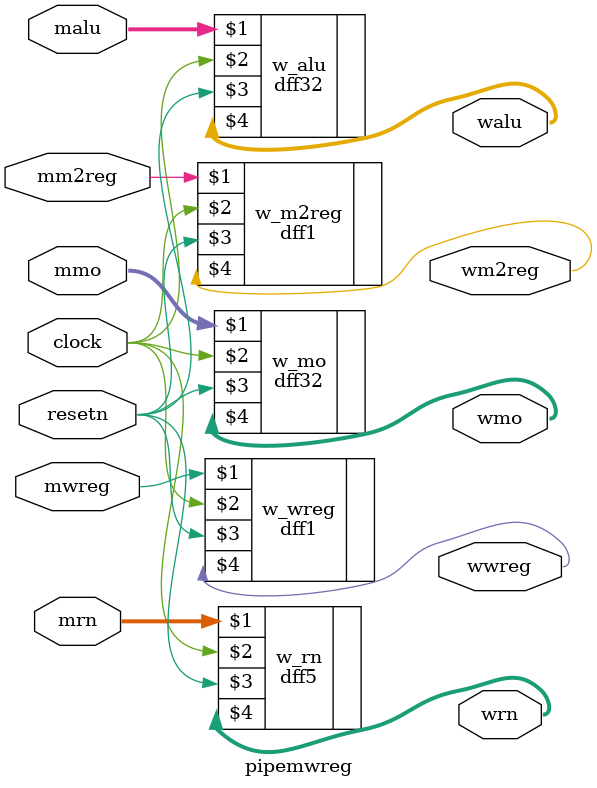
<source format=v>
module pipemwreg ( mwreg,mm2reg,mmo,malu,mrn,clock,resetn,
	wwreg,wm2reg,wmo,walu,wrn);
	input 		mwreg,mm2reg;
	input [31:0] mmo,malu;
	input [4:0] mrn;
	input 		clock,resetn;
	output 		wwreg,wm2reg;
	output [31:0] wmo,walu;
	output [4:0] wrn;
	
	dff1 w_wreg(mwreg,clock,resetn,wwreg);
	dff1 w_m2reg(mm2reg,clock,resetn,wm2reg);
	
	dff5 w_rn (mrn,clock,resetn,wrn);
	
	dff32 w_mo (mmo,clock,resetn,wmo);
	dff32 w_alu (malu,clock,resetn,walu);
	
endmodule
</source>
